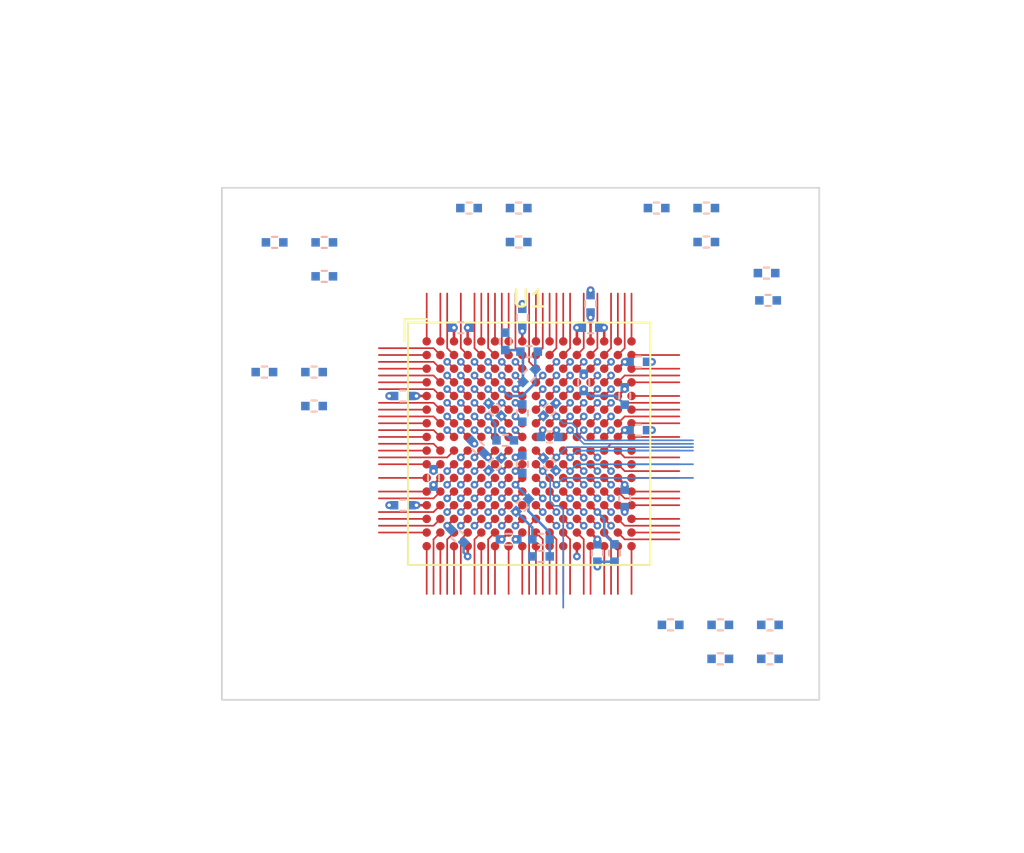
<source format=kicad_pcb>
(kicad_pcb (version 20211014) (generator pcbnew)
  (title_block (title "iCE40HX8K Development Board") (date "2022-04-30") (rev "0.1") (company "© 2022 Sam Hanes, licensed under CERN-OHL-S v2+") (comment 1 "https://github.com/Elemecca/ice40-dev"))
  (layers (0 "F.Cu" signal) (1 "In1.Cu" signal) (2 "In2.Cu" signal) (31 "B.Cu" signal) (34 "B.Paste" user) (35 "F.Paste" user) (36 "B.SilkS" user "B.Silkscreen") (37 "F.SilkS" user "F.Silkscreen") (38 "B.Mask" user) (39 "F.Mask" user) (44 "Edge.Cuts" user))
  (net 0 "")
  (net 1 "GND")
  (net 3 "unconnected-(U1-PadN14)")
  (net 4 "+1V2")
  (net 5 "/Power/+1V2_PLL0")
  (net 6 "/Power/GND_PLL0")
  (net 7 "/Power/+1V2_PLL1")
  (net 8 "/Power/GND_PLL1")
  (net 9 "+2V5")
  (net 10 "/Power/VCC")
  (net 11 "/IO_Bank_3/VCCIO_0")
  (net 12 "/IO_Bank_2/VCCIO_2")
  (net 13 "/IO_Bank_1/VCCIO_1")
  (net 14 "/IO_Bank_0/VCCIO_0")
  (net 15 "/Power/VPP_2V5")
  (net 16 "/USB_Config/VCCIO_2")
  (net 17 "/IO_Bank_0/IO0_220")
  (net 18 "/IO_Bank_0/IO0_218")
  (net 19 "/IO_Bank_0/IO0_213")
  (net 20 "/IO_Bank_0/IO0_211")
  (net 21 "/IO_Bank_0/IO0_205")
  (net 22 "/IO_Bank_0/IO0_194")
  (net 23 "/IO_Bank_0/IO0_186")
  (net 24 "/IO_Bank_0/IO0_187")
  (net 25 "/IO_Bank_0/IO0_177")
  (net 26 "/IO_Bank_0/IO0_176")
  (net 27 "/IO_Bank_3/IO3_2_P")
  (net 28 "/IO_Bank_3/IO3_1_P")
  (net 29 "/IO_Bank_0/IO0_223")
  (net 30 "/IO_Bank_0/IO0_216")
  (net 31 "/IO_Bank_0/IO0_214")
  (net 32 "/IO_Bank_0/IO0_208")
  (net 33 "/IO_Bank_0/IO0_207")
  (net 34 "/IO_Bank_0/IO0_203")
  (net 35 "/IO_Bank_0/IO0_199")
  (net 36 "/IO_Bank_0/IO0_183")
  (net 37 "/IO_Bank_0/IO0_184")
  (net 38 "/IO_Bank_0/IO0_182")
  (net 39 "/IO_Bank_0/IO0_178")
  (net 40 "/IO_Bank_0/IO0_171")
  (net 41 "/IO_Bank_0/IO0_169")
  (net 42 "/IO_Bank_1/IO1_165")
  (net 43 "/IO_Bank_3/IO3_3_N")
  (net 44 "/IO_Bank_3/IO3_3_P")
  (net 45 "/IO_Bank_0/IO0_227")
  (net 46 "/IO_Bank_0/IO0_222")
  (net 47 "/IO_Bank_0/IO0_221")
  (net 48 "/IO_Bank_0/IO0_209")
  (net 49 "/IO_Bank_0/IO0_206")
  (net 50 "/IO_Bank_0/IO0_197")
  (net 51 "/IO_Bank_0/IO0_191")
  (net 52 "/IO_Bank_0/IO0_185")
  (net 53 "/IO_Bank_0/IO0_180")
  (net 54 "/IO_Bank_0/IO0_172")
  (net 55 "/IO_Bank_0/IO0_174")
  (net 56 "/IO_Bank_0/IO0_168")
  (net 57 "/IO_Bank_1/IO1_161")
  (net 58 "/IO_Bank_3/IO3_5_P")
  (net 59 "/IO_Bank_3/IO3_4_P")
  (net 60 "/IO_Bank_0/IO0_226")
  (net 61 "/IO_Bank_0/IO0_224")
  (net 62 "/IO_Bank_0/IO0_219")
  (net 63 "/IO_Bank_0/IO0_212")
  (net 64 "/IO_Bank_0/IO0_210")
  (net 65 "/IO_Bank_0/IO0_200")
  (net 66 "/IO_Bank_0/IO0_193")
  (net 67 "/IO_Bank_0/IO0_190")
  (net 68 "/IO_Bank_0/IO0_181")
  (net 69 "/IO_Bank_0/IO0_170")
  (net 70 "/IO_Bank_1/IO1_167")
  (net 71 "/IO_Bank_1/IO1_157")
  (net 72 "/IO_Bank_1/IO1_153")
  (net 73 "/IO_Bank_3/IO3_7_P")
  (net 74 "/IO_Bank_3/IO3_6_P")
  (net 75 "/IO_Bank_3/IO3_1_N")
  (net 76 "/IO_Bank_0/IO0_225")
  (net 77 "/IO_Bank_0/IO0_215")
  (net 78 "/IO_Bank_0/IO0_192")
  (net 79 "/IO_Bank_0/IO0_179")
  (net 80 "/IO_Bank_0/IO0_173")
  (net 81 "/IO_Bank_1/IO1_166")
  (net 82 "/IO_Bank_1/IO1_160")
  (net 83 "/IO_Bank_1/IO1_151")
  (net 84 "/IO_Bank_3/IO3_10_P")
  (net 85 "/IO_Bank_3/IO3_9_P")
  (net 86 "/IO_Bank_3/IO3_8_P")
  (net 87 "/IO_Bank_3/IO3_4_N")
  (net 88 "/IO_Bank_3/IO3_2_N")
  (net 89 "/IO_Bank_0/IO0_198")
  (net 90 "/IO_Bank_0/IO0_196")
  (net 91 "/IO_Bank_1/IO1_158")
  (net 92 "/IO_Bank_1/IO1_156")
  (net 93 "/IO_Bank_1/IO1_162")
  (net 94 "/IO_Bank_1/IO1_155")
  (net 95 "/IO_Bank_1/IO1_149")
  (net 96 "/IO_Bank_1/IO1_147")
  (net 97 "/IO_Bank_3/IO3_13_P")
  (net 98 "/IO_Bank_3/IO3_11_P")
  (net 99 "/IO_Bank_3/IO3_8_N")
  (net 100 "/IO_Bank_3/IO3_6_N")
  (net 101 "/IO_Bank_3/IO3_5_N")
  (net 102 "/IO_Bank_1/IO1_146")
  (net 103 "/IO_Bank_1/IO1_148")
  (net 104 "/IO_Bank_1/IO1_154")
  (net 105 "/IO_Bank_1/IO1_152")
  (net 106 "/IO_Bank_1/IO1_150")
  (net 107 "/IO_Bank_1/IO1_145")
  (net 108 "/IO_Bank_1/IO1_143")
  (net 109 "/IO_Bank_3/IO3_14_P")
  (net 110 "/IO_Bank_3/IO3_12_P")
  (net 111 "/IO_Bank_3/IO3_9_N")
  (net 112 "/IO_Bank_3/IO3_11_N")
  (net 113 "/IO_Bank_3/IO3_7_N")
  (net 114 "/IO_Bank_3/IO3_10_N")
  (net 115 "/IO_Bank_1/IO1_140")
  (net 116 "/IO_Bank_1/IO1_144")
  (net 117 "/IO_Bank_1/IO1_139")
  (net 118 "/IO_Bank_1/IO1_142")
  (net 119 "/IO_Bank_1/IO1_141")
  (net 120 "/IO_Bank_3/IO3_15_P")
  (net 121 "/IO_Bank_3/IO3_15_N")
  (net 122 "/IO_Bank_3/IO3_14_N")
  (net 123 "/IO_Bank_3/IO3_12_N")
  (net 124 "/IO_Bank_3/IO3_13_N")
  (net 125 "/IO_Bank_1/IO1_122")
  (net 126 "/IO_Bank_1/IO1_126")
  (net 127 "/IO_Bank_1/IO1_136")
  (net 128 "/IO_Bank_1/IO1_137")
  (net 129 "/IO_Bank_1/IO1_134")
  (net 130 "/IO_Bank_1/IO1_130")
  (net 131 "/IO_Bank_1/IO1_138")
  (net 132 "/IO_Bank_3/IO3_16_N")
  (net 133 "/IO_Bank_3/IO3_16_P")
  (net 134 "/IO_Bank_3/IO3_18_N")
  (net 135 "/IO_Bank_3/IO3_20_N")
  (net 136 "/IO_Bank_2/IO2_82")
  (net 137 "/IO_Bank_2/IO2_103")
  (net 138 "/IO_Bank_1/IO1_120")
  (net 139 "/IO_Bank_1/IO1_128")
  (net 140 "/IO_Bank_1/IO1_129")
  (net 141 "/IO_Bank_1/IO1_131")
  (net 142 "/IO_Bank_1/IO1_133")
  (net 143 "/IO_Bank_3/IO3_17_P")
  (net 144 "/IO_Bank_3/IO3_19_P")
  (net 145 "/IO_Bank_3/IO3_17_N")
  (net 146 "/IO_Bank_3/IO3_23_N")
  (net 147 "/IO_Bank_3/IO3_19_N")
  (net 148 "/IO_Bank_3/IO3_21_N")
  (net 149 "/IO_Bank_2/IO2_74")
  (net 150 "/IO_Bank_2/IO2_85")
  (net 151 "/IO_Bank_2/IO2_99")
  (net 152 "/IO_Bank_1/IO1_116")
  (net 153 "/IO_Bank_1/IO1_118")
  (net 154 "/IO_Bank_1/IO1_119")
  (net 155 "/IO_Bank_1/IO1_127")
  (net 156 "/IO_Bank_3/IO3_18_P")
  (net 157 "/IO_Bank_3/IO3_20_P")
  (net 158 "/IO_Bank_3/IO3_22_P")
  (net 159 "/IO_Bank_3/IO3_24_P")
  (net 160 "/IO_Bank_3/IO3_25_P")
  (net 161 "/IO_Bank_3/IO3_22_N")
  (net 162 "/IO_Bank_2/IO2_64")
  (net 163 "/IO_Bank_2/IO2_68")
  (net 164 "/IO_Bank_2/IO2_80")
  (net 165 "/USB_Config/CFG_DONE")
  (net 166 "/IO_Bank_2/IO2_93")
  (net 167 "/IO_Bank_2/IO2_101")
  (net 168 "/IO_Bank_1/IO1_114")
  (net 169 "/IO_Bank_1/IO1_115")
  (net 170 "/IO_Bank_1/IO1_123")
  (net 171 "/IO_Bank_1/IO1_121")
  (net 172 "/IO_Bank_3/IO3_21_P")
  (net 173 "/IO_Bank_3/IO3_23_P")
  (net 174 "/IO_Bank_3/IO3_26_P")
  (net 175 "/IO_Bank_2/IO2_56")
  (net 176 "/IO_Bank_2/IO2_52")
  (net 177 "/IO_Bank_2/IO2_66")
  (net 178 "/IO_Bank_2/IO2_78")
  (net 179 "/IO_Bank_2/IO2_87")
  (net 180 "/USB_Config/CFG_~{RESET}")
  (net 181 "/IO_Bank_2/IO2_98")
  (net 182 "/IO_Bank_1/IO1_117")
  (net 183 "/IO_Bank_3/IO3_24_N")
  (net 184 "/IO_Bank_3/IO3_25_N")
  (net 185 "/IO_Bank_2/IO2_54")
  (net 186 "/IO_Bank_2/IO2_58")
  (net 187 "/IO_Bank_2/IO2_67")
  (net 188 "/IO_Bank_2/IO2_77")
  (net 189 "/IO_Bank_2/IO2_72")
  (net 190 "/IO_Bank_2/IO2_83")
  (net 191 "/IO_Bank_2/IO2_86")
  (net 192 "/USB_Config/CFG_SDI")
  (net 193 "/USB_Config/CFG_SDO")
  (net 194 "/IO_Bank_2/IO2_104")
  (net 195 "/IO_Bank_1/IO1_111")
  (net 196 "/IO_Bank_1/IO1_112")
  (net 197 "/IO_Bank_1/IO1_113")
  (net 198 "/IO_Bank_3/IO3_26_N")
  (net 199 "/IO_Bank_2/IO2_55")
  (net 200 "/IO_Bank_2/IO2_59")
  (net 201 "/IO_Bank_2/IO2_63")
  (net 202 "/IO_Bank_2/IO2_60")
  (net 203 "/IO_Bank_2/IO2_71")
  (net 204 "/IO_Bank_2/IO2_81")
  (net 205 "/IO_Bank_2/IO2_84")
  (net 206 "/USB_Config/CFG_SCK")
  (net 207 "/USB_Config/CFG_~{SSEL}")
  (net 208 "/IO_Bank_1/IO1_109")
  (net 209 "/IO_Bank_1/IO1_110")
  (net 210 "/IO_Bank_2/IO2_102")
  (net 211 "/IO_Bank_2/IO2_53")
  (net 212 "/IO_Bank_2/IO2_57")
  (net 213 "/IO_Bank_2/IO2_61")
  (net 214 "/IO_Bank_2/IO2_69")
  (net 215 "/IO_Bank_2/IO2_73")
  (net 216 "/IO_Bank_2/IO2_75")
  (net 217 "/IO_Bank_2/IO2_76")
  (net 218 "/IO_Bank_2/IO2_79")
  (net 219 "/IO_Bank_2/IO2_88")
  (net 220 "/IO_Bank_2/IO2_89")
  (net 221 "/IO_Bank_2/IO2_94")
  (net 222 "/IO_Bank_2/IO2_92")
  (net 223 "/IO_Bank_2/IO2_91")
  (net 224 "/IO_Bank_2/IO2_100")
  (footprint "0Local:Lattice_caBGA-256_14x14mm_Layout16x16_P0.8mm_Ball0.4mm_Pad0.5mm_SMD" (layer "F.Cu") (at 138 85)
    (fp_text reference "U1")
    (fp_text value "ICE40HX8K-CT256")
  )
  (footprint "0Local:C_SMD_0402_Pad0.5mm" (layer "B.Cu") (at 139.2 86.2 135)
    (fp_text reference "C10" hide)
    (fp_text value "100n" hide)
  )
  (footprint "0Local:C_SMD_0402_Pad0.5mm" (layer "B.Cu") (at 148.38 73.18 180)
    (fp_text reference "C42" hide)
    (fp_text value "1u" hide)
  )
  (footprint "0Local:C_SMD_0402_Pad0.5mm" (layer "B.Cu") (at 144.4 84.2)
    (fp_text reference "C19" hide)
    (fp_text value "100n" hide)
  )
  (footprint "0Local:C_SMD_0402_Pad0.5mm" (layer "B.Cu") (at 137.39 71.19 180)
    (fp_text reference "C44" hide)
    (fp_text value "10n" hide)
  )
  (footprint "0Local:C_SMD_0402_Pad0.5mm" (layer "B.Cu") (at 139.2 83 -135)
    (fp_text reference "C9" hide)
    (fp_text value "100n" hide)
  )
  (footprint "0Local:C_SMD_0402_Pad0.5mm" (layer "B.Cu") (at 144.4 80.2)
    (fp_text reference "C20" hide)
    (fp_text value "100n" hide)
  )
  (footprint "0Local:C_SMD_0402_Pad0.5mm" (layer "B.Cu") (at 149.2 97.6 180)
    (fp_text reference "C33" hide)
    (fp_text value "10n" hide)
  )
  (footprint "0Local:C_SMD_0402_Pad0.5mm" (layer "B.Cu") (at 138.7 90.6 180)
    (fp_text reference "C1" hide)
    (fp_text value "100n" hide)
  )
  (footprint "0Local:C_SMD_0402_Pad0.5mm" (layer "B.Cu") (at 141.2 81.4 90)
    (fp_text reference "C30" hide)
    (fp_text value "100n" hide)
  )
  (footprint "0Local:C_SMD_0402_Pad0.5mm" (layer "B.Cu") (at 143 91.4 -90)
    (fp_text reference "C31" hide)
    (fp_text value "100n" hide)
  )
  (footprint "0Local:C_SMD_0402_Pad0.5mm" (layer "B.Cu") (at 135 85.2 135)
    (fp_text reference "C14" hide)
    (fp_text value "100n" hide)
  )
  (footprint "0Local:C_SMD_0402_Pad0.5mm" (layer "B.Cu") (at 136.8 90.6 180)
    (fp_text reference "C15" hide)
    (fp_text value "100n" hide)
  )
  (footprint "0Local:C_SMD_0402_Pad0.5mm" (layer "B.Cu") (at 151.912382 75 180)
    (fp_text reference "C5" hide)
    (fp_text value "10u" hide)
  )
  (footprint "0Local:R_SMD_0402_Pad0.5mm" (layer "B.Cu") (at 136.6 79 -90)
    (fp_text reference "R2" hide)
    (fp_text value "100R" hide)
  )
  (footprint "0Local:C_SMD_0402_Pad0.5mm" (layer "B.Cu") (at 132.4 87 90)
    (fp_text reference "C28" hide)
    (fp_text value "100n" hide)
  )
  (footprint "0Local:C_SMD_0402_Pad0.5mm" (layer "B.Cu") (at 141.6 78.2 180)
    (fp_text reference "C27" hide)
    (fp_text value "100n" hide)
  )
  (footprint "0Local:C_SMD_0402_Pad0.5mm" (layer "B.Cu") (at 123.09 73.2 180)
    (fp_text reference "C37" hide)
    (fp_text value "10u" hide)
  )
  (footprint "0Local:R_SMD_0402_Pad0.5mm" (layer "B.Cu") (at 152.11 97.6 180)
    (fp_text reference "R4" hide)
    (fp_text value "0R" hide)
  )
  (footprint "0Local:C_SMD_0402_Pad0.5mm" (layer "B.Cu") (at 130.6 88.6 180)
    (fp_text reference "C13" hide)
    (fp_text value "100n" hide)
  )
  (footprint "0Local:C_SMD_0402_Pad0.5mm" (layer "B.Cu") (at 134 78.2)
    (fp_text reference "C23" hide)
    (fp_text value "100n" hide)
  )
  (footprint "0Local:R_SMD_0402_Pad0.5mm" (layer "B.Cu") (at 152.11 95.61 180)
    (fp_text reference "R3" hide)
    (fp_text value "0R" hide)
  )
  (footprint "0Local:C_SMD_0402_Pad0.5mm" (layer "B.Cu") (at 125.4 82.79 180)
    (fp_text reference "C39" hide)
    (fp_text value "1u" hide)
  )
  (footprint "0Local:C_SMD_0402_Pad0.5mm" (layer "B.Cu") (at 137.6 86.2 90)
    (fp_text reference "C18" hide)
    (fp_text value "100n" hide)
  )
  (footprint "0Local:C_SMD_0402_Pad0.5mm" (layer "B.Cu") (at 137.6 83.2 -90)
    (fp_text reference "C26" hide)
    (fp_text value "100n" hide)
  )
  (footprint "0Local:C_SMD_0402_Pad0.5mm" (layer "B.Cu") (at 136.6 84.8)
    (fp_text reference "C11" hide)
    (fp_text value "100n" hide)
  )
  (footprint "0Local:C_SMD_0402_Pad0.5mm" (layer "B.Cu") (at 146.29 95.61 180)
    (fp_text reference "C34" hide)
    (fp_text value "1u" hide)
  )
  (footprint "0Local:C_SMD_0402_Pad0.5mm" (layer "B.Cu") (at 152 76.6 180)
    (fp_text reference "C6" hide)
    (fp_text value "1u" hide)
  )
  (footprint "0Local:C_SMD_0402_Pad0.5mm" (layer "B.Cu") (at 141.6 76.8 90)
    (fp_text reference "C25" hide)
    (fp_text value "100n" hide)
  )
  (footprint "0Local:C_SMD_0402_Pad0.5mm" (layer "B.Cu") (at 134.48 71.19 180)
    (fp_text reference "C46" hide)
    (fp_text value "10u" hide)
  )
  (footprint "0Local:C_SMD_0402_Pad0.5mm" (layer "B.Cu") (at 136 83 -45)
    (fp_text reference "C7" hide)
    (fp_text value "100n" hide)
  )
  (footprint "0Local:C_SMD_0402_Pad0.5mm" (layer "B.Cu") (at 143.6 88.2 90)
    (fp_text reference "C21" hide)
    (fp_text value "100n" hide)
  )
  (footprint "0Local:C_SMD_0402_Pad0.5mm" (layer "B.Cu") (at 137.6 88.6 -135)
    (fp_text reference "C3" hide)
    (fp_text value "10u" hide)
  )
  (footprint "0Local:C_SMD_0402_Pad0.5mm" (layer "B.Cu") (at 138 81 45)
    (fp_text reference "C4" hide)
    (fp_text value "100n" hide)
  )
  (footprint "0Local:C_SMD_0402_Pad0.5mm" (layer "B.Cu") (at 143.6 82.2 90)
    (fp_text reference "C29" hide)
    (fp_text value "10u" hide)
  )
  (footprint "0Local:C_SMD_0402_Pad0.5mm" (layer "B.Cu") (at 142 91.4 -90)
    (fp_text reference "C17" hide)
    (fp_text value "100n" hide)
  )
  (footprint "0Local:C_SMD_0402_Pad0.5mm" (layer "B.Cu") (at 122.49 80.8 180)
    (fp_text reference "C40" hide)
    (fp_text value "100n" hide)
  )
  (footprint "0Local:C_SMD_0402_Pad0.5mm" (layer "B.Cu") (at 148.38 71.19 180)
    (fp_text reference "C43" hide)
    (fp_text value "10u" hide)
  )
  (footprint "0Local:C_SMD_0402_Pad0.5mm" (layer "B.Cu") (at 130.6 82.2 180)
    (fp_text reference "C12" hide)
    (fp_text value "100n" hide)
  )
  (footprint "0Local:C_SMD_0402_Pad0.5mm" (layer "B.Cu") (at 137.6 77.6 90)
    (fp_text reference "C24" hide)
    (fp_text value "100n" hide)
  )
  (footprint "0Local:C_SMD_0402_Pad0.5mm" (layer "B.Cu") (at 145.47 71.19 180)
    (fp_text reference "C41" hide)
    (fp_text value "10n" hide)
  )
  (footprint "0Local:C_SMD_0402_Pad0.5mm" (layer "B.Cu") (at 125.4 80.8 180)
    (fp_text reference "C38" hide)
    (fp_text value "10n" hide)
  )
  (footprint "0Local:C_SMD_0402_Pad0.5mm" (layer "B.Cu") (at 138 79.6)
    (fp_text reference "C2" hide)
    (fp_text value "10u" hide)
  )
  (footprint "0Local:C_SMD_0402_Pad0.5mm" (layer "B.Cu") (at 133.8 90.4 -45)
    (fp_text reference "C16" hide)
    (fp_text value "100n" hide)
  )
  (footprint "0Local:C_SMD_0402_Pad0.5mm" (layer "B.Cu") (at 126 75.19 180)
    (fp_text reference "C36" hide)
    (fp_text value "1u" hide)
  )
  (footprint "0Local:C_SMD_0402_Pad0.5mm" (layer "B.Cu") (at 149.2 95.61 180)
    (fp_text reference "C32" hide)
    (fp_text value "10n" hide)
  )
  (footprint "0Local:C_SMD_0402_Pad0.5mm" (layer "B.Cu") (at 139.2 84.6 180)
    (fp_text reference "C22" hide)
    (fp_text value "100n" hide)
  )
  (footprint "0Local:C_SMD_0402_Pad0.5mm" (layer "B.Cu") (at 137.39 73.18 180)
    (fp_text reference "C45" hide)
    (fp_text value "1u" hide)
  )
  (footprint "0Local:R_SMD_0402_Pad0.5mm" (layer "B.Cu") (at 138.7 91.6)
    (fp_text reference "R1" hide)
    (fp_text value "100R" hide)
  )
  (footprint "0Local:C_SMD_0402_Pad0.5mm" (layer "B.Cu") (at 136 86.2 45)
    (fp_text reference "C8" hide)
    (fp_text value "100n" hide)
  )
  (footprint "0Local:C_SMD_0402_Pad0.5mm" (layer "B.Cu") (at 126 73.2 180)
    (fp_text reference "C35" hide)
    (fp_text value "10n" hide)
  )
  (gr_rect (start 120 70) (end 155 100) (layer "Edge.Cuts") (width 0.1) (fill none))
  (segment (start 136.8 85.4) (end 136.4 85.8) (width 0.15) (layer "F.Cu") (net 1))
  (segment (start 136.8 90.2) (end 136.4 90.6) (width 0.15) (layer "F.Cu") (net 1))
  (segment (start 134.4 79) (end 134.4 78.2) (width 0.15) (layer "F.Cu") (net 1))
  (segment (start 140.8 91) (end 140.8 91.6) (width 0.15) (layer "F.Cu") (net 1))
  (segment (start 138.4 85.4) (end 138.8 85.8) (width 0.15) (layer "F.Cu") (net 1))
  (segment (start 140.8 79) (end 140.8 78.2) (width 0.15) (layer "F.Cu") (net 1))
  (segment (start 136.8 86.2) (end 136.4 86.6) (width 0.15) (layer "F.Cu") (net 1))
  (segment (start 138.4 83.8) (end 138.8 83.4) (width 0.15) (layer "F.Cu") (net 1))
  (segment (start 137.6 83.8) (end 137.2 83.4) (width 0.15) (layer "F.Cu") (net 1))
  (segment (start 132.8 86.2) (end 132.4 86.6) (width 0.15) (layer "F.Cu") (net 1))
  (segment (start 143.2 87) (end 143.6 87.4) (width 0.15) (layer "F.Cu") (net 1))
  (segment (start 138.4 84.6) (end 138.8 84.2) (width 0.15) (layer "F.Cu") (net 1))
  (segment (start 137.6 85.4) (end 137.2 85.8) (width 0.15) (layer "F.Cu") (net 1))
  (segment (start 136.8 83.8) (end 136.4 83.4) (width 0.15) (layer "F.Cu") (net 1))
  (segment (start 136.8 84.6) (end 136.4 84.2) (width 0.15) (layer "F.Cu") (net 1))
  (segment (start 134.4 91) (end 134.4 91.6) (width 0.15) (layer "F.Cu") (net 1))
  (segment (start 137.6 84.6) (end 137.2 84.2) (width 0.15) (layer "F.Cu") (net 1))
  (segment (start 143.2 82.2) (end 143.6 81.8) (width 0.15) (layer "F.Cu") (net 1))
  (via (at 137.2 85.8) (size 0.45) (drill 0.2) (layers "F.Cu" "B.Cu") (net 1))
  (via (at 134.8 85) (size 0.45) (drill 0.2) (layers "F.Cu" "B.Cu") (net 1))
  (via (at 143.6 87.4) (size 0.45) (drill 0.2) (layers "F.Cu" "B.Cu") (net 1))
  (via (at 137.2 84.2) (size 0.45) (drill 0.2) (layers "F.Cu" "B.Cu") (net 1))
  (via (at 137.6 76.8) (size 0.45) (drill 0.2) (layers "F.Cu" "B.Cu") (net 1))
  (via (at 143.6 81.8) (size 0.45) (drill 0.2) (layers "F.Cu" "B.Cu") (net 1))
  (via (at 136.4 84.2) (size 0.45) (drill 0.2) (layers "F.Cu" "B.Cu") (net 1))
  (via (at 136.4 90.6) (size 0.45) (drill 0.2) (layers "F.Cu" "B.Cu") (net 1))
  (via (at 136.4 85.8) (size 0.45) (drill 0.2) (layers "F.Cu" "B.Cu") (net 1))
  (via (at 138.8 85.8) (size 0.45) (drill 0.2) (layers "F.Cu" "B.Cu") (net 1))
  (via (at 141.6 76) (size 0.45) (drill 0.2) (layers "F.Cu" "B.Cu") (net 1))
  (via (at 136.4 83.4) (size 0.45) (drill 0.2) (layers "F.Cu" "B.Cu") (net 1))
  (via (at 132.4 86.6) (size 0.45) (drill 0.2) (layers "F.Cu" "B.Cu") (net 1))
  (via (at 138.8 83.4) (size 0.45) (drill 0.2) (layers "F.Cu" "B.Cu") (net 1))
  (via (at 138.8 84.2) (size 0.45) (drill 0.2) (layers "F.Cu" "B.Cu") (net 1))
  (via (at 134.4 78.2) (size 0.45) (drill 0.2) (layers "F.Cu" "B.Cu") (net 1))
  (via (at 136.4 86.6) (size 0.45) (drill 0.2) (layers "F.Cu" "B.Cu") (net 1))
  (via (at 134.4 91.6) (size 0.45) (drill 0.2) (layers "F.Cu" "B.Cu") (net 1))
  (via (at 145.2 84.2) (size 0.45) (drill 0.2) (layers "F.Cu" "B.Cu") (net 1))
  (via (at 141.2 81) (size 0.45) (drill 0.2) (layers "F.Cu" "B.Cu") (net 1))
  (via (at 137.2 83.4) (size 0.45) (drill 0.2) (layers "F.Cu" "B.Cu") (net 1))
  (via (at 129.8 88.6) (size 0.45) (drill 0.2) (layers "F.Cu" "B.Cu") (net 1))
  (via (at 140.8 91.6) (size 0.45) (drill 0.2) (layers "F.Cu" "B.Cu") (net 1))
  (via (at 145.2 80.2) (size 0.45) (drill 0.2) (layers "F.Cu" "B.Cu") (net 1))
  (via (at 142 92.2) (size 0.45) (drill 0.2) (layers "F.Cu" "B.Cu") (net 1))
  (via (at 140.8 78.2) (size 0.45) (drill 0.2) (layers "F.Cu" "B.Cu") (net 1))
  (via (at 129.8 82.2) (size 0.45) (drill 0.2) (layers "F.Cu" "B.Cu") (net 1))
  (segment (start 141.6 76.29) (end 141.6 76) (width 0.15) (layer "B.Cu") (net 1))
  (segment (start 142 91.91) (end 142 92.2) (width 0.15) (layer "B.Cu") (net 1))
  (segment (start 134.4 91.6) (end 134.160624 91.360624) (width 0.15) (layer "B.Cu") (net 1))
  (segment (start 144.91 84.2) (end 145.2 84.2) (width 0.15) (layer "B.Cu") (net 1))
  (segment (start 142 91.91) (end 143 91.91) (width 0.15) (layer "B.Cu") (net 1))
  (segment (start 137.11 84.8) (end 137 84.8) (width 0.15) (layer "B.Cu") (net 1))
  (segment (start 137 84.8) (end 136.4 84.2) (width 0.15) (layer "B.Cu") (net 1))
  (segment (start 134.160624 91.360624) (end 134.160624 90.760624) (width 0.15) (layer "B.Cu") (net 1))
  (segment (start 134.639376 84.839376) (end 134.8 85) (width 0.15) (layer "B.Cu") (net 1))
  (segment (start 144.91 80.2) (end 145.2 80.2) (width 0.15) (layer "B.Cu") (net 1))
  (segment (start 142.4 88.6) (end 142.8 89) (width 0.1) (layer "F.Cu") (net 3))
  (via (at 142.8 89) (size 0.45) (drill 0.2) (layers "F.Cu" "B.Cu") (net 3))
  (segment (start 137.6 87) (end 137.2 87.4) (width 0.15) (layer "F.Cu") (net 5))
  (via (at 137.2 87.4) (size 0.45) (drill 0.2) (layers "F.Cu" "B.Cu") (net 5))
  (segment (start 137.960624 88.950624) (end 137.960624 88.239376) (width 0.15) (layer "B.Cu") (net 5))
  (segment (start 137.960624 88.160624) (end 137.2 87.4) (width 0.15) (layer "B.Cu") (net 5))
  (segment (start 139.21 90.6) (end 139.21 90.2) (width 0.15) (layer "B.Cu") (net 5))
  (segment (start 139.21 91.6) (end 139.21 90.6) (width 0.15) (layer "B.Cu") (net 5))
  (segment (start 137.960624 88.239376) (end 137.960624 88.160624) (width 0.15) (layer "B.Cu") (net 5))
  (segment (start 139.21 90.2) (end 137.960624 88.950624) (width 0.15) (layer "B.Cu") (net 5))
  (segment (start 137.6 88.6) (end 137.2 89) (width 0.15) (layer "F.Cu") (net 6))
  (via (at 137.2 89) (size 0.45) (drill 0.2) (layers "F.Cu" "B.Cu") (net 6))
  (segment (start 138.19 90.6) (end 138.19 89.911248) (width 0.15) (layer "B.Cu") (net 6))
  (segment (start 138.19 89.911248) (end 137.239376 88.960624) (width 0.15) (layer "B.Cu") (net 6))
  (segment (start 137.6 82.2) (end 137.2 81.8) (width 0.15) (layer "F.Cu") (net 7))
  (via (at 137.2 81.8) (size 0.45) (drill 0.2) (layers "F.Cu" "B.Cu") (net 7))
  (segment (start 137.2 81.8) (end 137.639376 81.360624) (width 0.15) (layer "B.Cu") (net 7))
  (segment (start 137.4 79.51) (end 137.49 79.6) (width 0.15) (layer "B.Cu") (net 7))
  (segment (start 137.639376 81.360624) (end 137.639376 79.839376) (width 0.15) (layer "B.Cu") (net 7))
  (segment (start 136.6 79.51) (end 137.4 79.51) (width 0.15) (layer "B.Cu") (net 7))
  (segment (start 136.8 82.2) (end 136.4 81.8) (width 0.15) (layer "F.Cu") (net 8))
  (via (at 136.4 81.8) (size 0.45) (drill 0.2) (layers "F.Cu" "B.Cu") (net 8))
  (segment (start 136.4 81.8) (end 136.8 82.2) (width 0.15) (layer "B.Cu") (net 8))
  (segment (start 138.360624 81.439376) (end 138.360624 80.639376) (width 0.15) (layer "B.Cu") (net 8))
  (segment (start 138.360624 80.639376) (end 138.360624 79.839376) (width 0.15) (layer "B.Cu") (net 8))
  (segment (start 136.8 82.2) (end 137.6 82.2) (width 0.15) (layer "B.Cu") (net 8))
  (segment (start 137.6 82.2) (end 138.360624 81.439376) (width 0.15) (layer "B.Cu") (net 8))
  (segment (start 139.2 86.2) (end 139.6 86.6) (width 0.15) (layer "F.Cu") (net 10))
  (segment (start 136 86.2) (end 135.6 86.6) (width 0.15) (layer "F.Cu") (net 10))
  (segment (start 136 83) (end 135.6 82.6) (width 0.15) (layer "F.Cu") (net 10))
  (segment (start 139.2 83) (end 139.6 82.6) (width 0.15) (layer "F.Cu") (net 10))
  (segment (start 142.4 79) (end 142.4 78.2) (width 0.15) (layer "F.Cu") (net 10))
  (segment (start 132.8 87) (end 132.4 87.4) (width 0.15) (layer "F.Cu") (net 10))
  (via (at 135.6 82.6) (size 0.45) (drill 0.2) (layers "F.Cu" "B.Cu") (net 10))
  (via (at 142.4 78.2) (size 0.45) (drill 0.2) (layers "F.Cu" "B.Cu") (net 10))
  (via (at 139.6 86.6) (size 0.45) (drill 0.2) (layers "F.Cu" "B.Cu") (net 10))
  (via (at 132.4 87.4) (size 0.45) (drill 0.2) (layers "F.Cu" "B.Cu") (net 10))
  (via (at 135.6 86.6) (size 0.45) (drill 0.2) (layers "F.Cu" "B.Cu") (net 10))
  (via (at 139.6 82.6) (size 0.45) (drill 0.2) (layers "F.Cu" "B.Cu") (net 10))
  (segment (start 136 83.8) (end 135.6 83.4) (width 0.15) (layer "F.Cu") (net 11))
  (segment (start 132 88.6) (end 131.4 88.6) (width 0.15) (layer "F.Cu") (net 11))
  (segment (start 136 85.4) (end 135.6 85.8) (width 0.15) (layer "F.Cu") (net 11))
  (segment (start 132 82.2) (end 131.4 82.2) (width 0.15) (layer "F.Cu") (net 11))
  (via (at 135.6 83.4) (size 0.45) (drill 0.2) (layers "F.Cu" "B.Cu") (net 11))
  (via (at 131.4 88.6) (size 0.45) (drill 0.2) (layers "F.Cu" "B.Cu") (net 11))
  (via (at 131.4 82.2) (size 0.45) (drill 0.2) (layers "F.Cu" "B.Cu") (net 11))
  (via (at 135.6 85.8) (size 0.45) (drill 0.2) (layers "F.Cu" "B.Cu") (net 11))
  (segment (start 136.010489 84.720489) (end 136.010489 83.810489) (width 0.15) (layer "B.Cu") (net 11))
  (segment (start 136.010489 83.810489) (end 135.6 83.4) (width 0.15) (layer "B.Cu") (net 11))
  (segment (start 136.09 84.8) (end 136.010489 84.720489) (width 0.15) (layer "B.Cu") (net 11))
  (segment (start 137.6 86.2) (end 137.2 86.6) (width 0.15) (layer "F.Cu") (net 12))
  (segment (start 141.6 90.2) (end 141.6 90.201675) (width 0.15) (layer "F.Cu") (net 12))
  (segment (start 141.6 90.201675) (end 142 90.601675) (width 0.15) (layer "F.Cu") (net 12))
  (segment (start 133.6 89.4) (end 133.2 89.8) (width 0.15) (layer "F.Cu") (net 12))
  (segment (start 137.6 90.2) (end 137.2 90.6) (width 0.15) (layer "F.Cu") (net 12))
  (via (at 142 90.601675) (size 0.45) (drill 0.2) (layers "F.Cu" "B.Cu") (net 12))
  (via (at 137.2 86.6) (size 0.45) (drill 0.2) (layers "F.Cu" "B.Cu") (net 12))
  (via (at 133.2 89.8) (size 0.45) (drill 0.2) (layers "F.Cu" "B.Cu") (net 12))
  (via (at 137.2 90.6) (size 0.45) (drill 0.2) (layers "F.Cu" "B.Cu") (net 12))
  (segment (start 139.2 84.6) (end 139.6 84.2) (width 0.15) (layer "F.Cu") (net 13))
  (segment (start 143.2 88.6) (end 143.6 89) (width 0.15) (layer "F.Cu") (net 13))
  (segment (start 143.2 84.6) (end 143.6 84.2) (width 0.15) (layer "F.Cu") (net 13))
  (segment (start 143.2 80.6) (end 143.6 80.2) (width 0.15) (layer "F.Cu") (net 13))
  (via (at 143.6 89) (size 0.45) (drill 0.2) (layers "F.Cu" "B.Cu") (net 13))
  (via (at 143.6 80.2) (size 0.45) (drill 0.2) (layers "F.Cu" "B.Cu") (net 13))
  (via (at 139.6 84.2) (size 0.45) (drill 0.2) (layers "F.Cu" "B.Cu") (net 13))
  (via (at 143.6 84.2) (size 0.45) (drill 0.2) (layers "F.Cu" "B.Cu") (net 13))
  (segment (start 133.6 79) (end 133.6 78.2) (width 0.15) (layer "F.Cu") (net 14))
  (segment (start 141.6 78) (end 141.6 77.6) (width 0.15) (layer "F.Cu") (net 14))
  (segment (start 141.6 79) (end 141.6 78) (width 0.15) (layer "F.Cu") (net 14))
  (segment (start 137.6 83) (end 137.2 82.6) (width 0.15) (layer "F.Cu") (net 14))
  (segment (start 137.6 79) (end 137.6 78.4) (width 0.15) (layer "F.Cu") (net 14))
  (via (at 137.6 78.4) (size 0.45) (drill 0.2) (layers "F.Cu" "B.Cu") (net 14))
  (via (at 137.2 82.6) (size 0.45) (drill 0.2) (layers "F.Cu" "B.Cu") (net 14))
  (via (at 133.6 78.2) (size 0.45) (drill 0.2) (layers "F.Cu" "B.Cu") (net 14))
  (via (at 141.6 77.6) (size 0.45) (drill 0.2) (layers "F.Cu" "B.Cu") (net 14))
  (segment (start 140.8 82.2) (end 141.2 81.8) (width 0.15) (layer "F.Cu") (net 15))
  (via (at 141.2 81.8) (size 0.45) (drill 0.2) (layers "F.Cu" "B.Cu") (net 15))
  (segment (start 141.589511 82.189511) (end 143.079511 82.189511) (width 0.15) (layer "B.Cu") (net 15))
  (segment (start 141.2 81.8) (end 141.589511 82.189511) (width 0.15) (layer "B.Cu") (net 15))
  (segment (start 143.079511 82.189511) (end 143.6 82.71) (width 0.15) (layer "B.Cu") (net 15))
  (segment (start 141.6 88.6) (end 142 89) (width 0.15) (layer "F.Cu") (net 16))
  (via (at 142 89) (size 0.45) (drill 0.2) (layers "F.Cu" "B.Cu") (net 16))
  (segment (start 142.4 89.4) (end 142 89) (width 0.15) (layer "B.Cu") (net 16))
  (segment (start 142.4 90.29) (end 142.4 89.4) (width 0.15) (layer "B.Cu") (net 16))
  (segment (start 143 90.89) (end 142.4 90.29) (width 0.15) (layer "B.Cu") (net 16))
  (segment (start 132 79) (end 132 76.2) (width 0.1) (layer "F.Cu") (net 17))
  (segment (start 132.8 79) (end 132.8 76.2) (width 0.1) (layer "F.Cu") (net 18))
  (segment (start 135.2 79) (end 135.2 76.2) (width 0.1) (layer "F.Cu") (net 19))
  (segment (start 136 79) (end 136 76.2) (width 0.1) (layer "F.Cu") (net 20))
  (segment (start 136.8 79) (end 136.8 76.2) (width 0.1) (layer "F.Cu") (net 21))
  (segment (start 138.4 79) (end 138.4 76.2) (width 0.1) (layer "F.Cu") (net 22))
  (segment (start 139.2 79) (end 139.2 76.2) (width 0.1) (layer "F.Cu") (net 23))
  (segment (start 140 79) (end 140 76.2) (width 0.1) (layer "F.Cu") (net 24))
  (segment (start 143.2 79) (end 143.2 76.2) (width 0.1) (layer "F.Cu") (net 25))
  (segment (start 144 79) (end 144 76.2) (width 0.1) (layer "F.Cu") (net 26))
  (segment (start 132 79.8) (end 129.2 79.8) (width 0.1) (layer "F.Cu") (net 27))
  (segment (start 132.8 79.8) (end 132.4 79.4) (width 0.1) (layer "F.Cu") (net 28))
  (segment (start 132.4 79.4) (end 129.2 79.4) (width 0.1) (layer "F.Cu") (net 28))
  (segment (start 133.2 79.4) (end 133.2 76.2) (width 0.1) (layer "F.Cu") (net 29))
  (segment (start 133.6 79.8) (end 133.2 79.4) (width 0.1) (layer "F.Cu") (net 29))
  (segment (start 134.4 79.8) (end 134 79.4) (width 0.1) (layer "F.Cu") (net 30))
  (segment (start 134 79.4) (end 134 76.2) (width 0.1) (layer "F.Cu") (net 30))
  (segment (start 135.2 79.8) (end 134.8 79.4) (width 0.1) (layer "F.Cu") (net 31))
  (segment (start 134.8 79.4) (end 134.8 76.2) (width 0.1) (layer "F.Cu") (net 31))
  (segment (start 135.6 79.4) (end 135.6 76.2) (width 0.1) (layer "F.Cu") (net 32))
  (segment (start 136 79.8) (end 135.6 79.4) (width 0.1) (layer "F.Cu") (net 32))
  (segment (start 136.8 79.8) (end 136.4 79.4) (width 0.1) (layer "F.Cu") (net 33))
  (segment (start 136.4 79.4) (end 136.4 76.2) (width 0.1) (layer "F.Cu") (net 33))
  (segment (start 137.2 79.4) (end 137.2 76.2) (width 0.1) (layer "F.Cu") (net 34))
  (segment (start 137.6 79.8) (end 137.2 79.4) (width 0.1) (layer "F.Cu") (net 34))
  (segment (start 138.4 79.8) (end 138.8 79.4) (width 0.1) (layer "F.Cu") (net 35))
  (segment (start 138.8 79.4) (end 138.8 76.2) (width 0.1) (layer "F.Cu") (net 35))
  (segment (start 139.6 79.4) (end 139.6 76.2) (width 0.1) (layer "F.Cu") (net 36))
  (segment (start 139.2 79.8) (end 139.6 79.4) (width 0.1) (layer "F.Cu") (net 36))
  (segment (start 140.4 79.4) (end 140.4 76.2) (width 0.1) (layer "F.Cu") (net 37))
  (segment (start 140 79.8) (end 140.4 79.4) (width 0.1) (layer "F.Cu") (net 37))
  (segment (start 140.8 79.8) (end 141.2 79.4) (width 0.1) (layer "F.Cu") (net 38))
  (segment (start 141.2 79.4) (end 141.2 76.2) (width 0.1) (layer "F.Cu") (net 38))
  (segment (start 141.6 79.8) (end 142 79.4) (width 0.1) (layer "F.Cu") (net 39))
  (segment (start 142 79.4) (end 142 76.2) (width 0.1) (layer "F.Cu") (net 39))
  (segment (start 142.8 79.4) (end 142.8 76.2) (width 0.1) (layer "F.Cu") (net 40))
  (segment (start 142.4 79.8) (end 142.8 79.4) (width 0.1) (layer "F.Cu") (net 40))
  (segment (start 143.6 79.4) (end 143.6 76.2) (width 0.1) (layer "F.Cu") (net 41))
  (segment (start 143.2 79.8) (end 143.6 79.4) (width 0.1) (layer "F.Cu") (net 41))
  (segment (start 144 79.8) (end 146.8 79.8) (width 0.1) (layer "F.Cu") (net 42))
  (segment (start 132 80.6) (end 129.2 80.6) (width 0.1) (layer "F.Cu") (net 43))
  (segment (start 132.4 80.2) (end 129.2 80.2) (width 0.1) (layer "F.Cu") (net 44))
  (segment (start 132.8 80.6) (end 132.4 80.2) (width 0.1) (layer "F.Cu") (net 44))
  (segment (start 133.6 80.6) (end 133.2 80.2) (width 0.1) (layer "F.Cu") (net 45))
  (via (at 133.2 80.2) (size 0.45) (drill 0.2) (layers "F.Cu" "B.Cu") (net 45))
  (segment (start 134.4 80.6) (end 134 80.2) (width 0.1) (layer "F.Cu") (net 46))
  (via (at 134 80.2) (size 0.45) (drill 0.2) (layers "F.Cu" "B.Cu") (net 46))
  (segment (start 135.2 80.6) (end 134.8 80.2) (width 0.1) (layer "F.Cu") (net 47))
  (via (at 134.8 80.2) (size 0.45) (drill 0.2) (layers "F.Cu" "B.Cu") (net 47))
  (segment (start 136 80.6) (end 135.6 80.2) (width 0.1) (layer "F.Cu") (net 48))
  (via (at 135.6 80.2) (size 0.45) (drill 0.2) (layers "F.Cu" "B.Cu") (net 48))
  (segment (start 136.8 80.6) (end 136.4 80.2) (width 0.1) (layer "F.Cu") (net 49))
  (via (at 136.4 80.2) (size 0.45) (drill 0.2) (layers "F.Cu" "B.Cu") (net 49))
  (segment (start 137.6 80.6) (end 137.2 80.2) (width 0.1) (layer "F.Cu") (net 50))
  (via (at 137.2 80.2) (size 0.45) (drill 0.2) (layers "F.Cu" "B.Cu") (net 50))
  (segment (start 138.4 80.6) (end 138 80.2) (width 0.1) (layer "F.Cu") (net 51))
  (segment (start 138 80.2) (end 138 76.2) (width 0.1) (layer "F.Cu") (net 51))
  (segment (start 139.2 80.6) (end 139.6 80.2) (width 0.1) (layer "F.Cu") (net 52))
  (via (at 139.6 80.2) (size 0.45) (drill 0.2) (layers "F.Cu" "B.Cu") (net 52))
  (segment (start 140 80.6) (end 140.4 80.2) (width 0.1) (layer "F.Cu") (net 53))
  (via (at 140.4 80.2) (size 0.45) (drill 0.2) (layers "F.Cu" "B.Cu") (net 53))
  (segment (start 140.8 80.6) (end 141.2 80.2) (width 0.1) (layer "F.Cu") (net 54))
  (via (at 141.2 80.2) (size 0.45) (drill 0.2) (layers "F.Cu" "B.Cu") (net 54))
  (segment (start 141.6 80.6) (end 142 80.2) (width 0.1) (layer "F.Cu") (net 55))
  (via (at 142 80.2) (size 0.45) (drill 0.2) (layers "F.Cu" "B.Cu") (net 55))
  (segment (start 142.4 80.6) (end 142.8 80.2) (width 0.1) (layer "F.Cu") (net 56))
  (via (at 142.8 80.2) (size 0.45) (drill 0.2) (layers "F.Cu" "B.Cu") (net 56))
  (segment (start 144 80.6) (end 146.8 80.6) (width 0.1) (layer "F.Cu") (net 57))
  (segment (start 132 81.4) (end 129.2 81.4) (width 0.1) (layer "F.Cu") (net 58))
  (segment (start 132.8 81.4) (end 132.4 81) (width 0.1) (layer "F.Cu") (net 59))
  (segment (start 132.4 81) (end 129.2 81) (width 0.1) (layer "F.Cu") (net 59))
  (segment (start 133.6 81.4) (end 133.2 81) (width 0.1) (layer "F.Cu") (net 60))
  (via (at 133.2 81) (size 0.45) (drill 0.2) (layers "F.Cu" "B.Cu") (net 60))
  (segment (start 134.4 81.4) (end 134 81) (width 0.1) (layer "F.Cu") (net 61))
  (via (at 134 81) (size 0.45) (drill 0.2) (layers "F.Cu" "B.Cu") (net 61))
  (segment (start 135.2 81.4) (end 134.8 81) (width 0.1) (layer "F.Cu") (net 62))
  (via (at 134.8 81) (size 0.45) (drill 0.2) (layers "F.Cu" "B.Cu") (net 62))
  (segment (start 136 81.4) (end 135.6 81) (width 0.1) (layer "F.Cu") (net 63))
  (via (at 135.6 81) (size 0.45) (drill 0.2) (layers "F.Cu" "B.Cu") (net 63))
  (segment (start 136.8 81.4) (end 136.4 81) (width 0.1) (layer "F.Cu") (net 64))
  (via (at 136.4 81) (size 0.45) (drill 0.2) (layers "F.Cu" "B.Cu") (net 64))
  (segment (start 137.6 81.4) (end 137.2 81) (width 0.1) (layer "F.Cu") (net 65))
  (via (at 137.2 81) (size 0.45) (drill 0.2) (layers "F.Cu" "B.Cu") (net 65))
  (segment (start 138.4 81.4) (end 138.8 81) (width 0.1) (layer "F.Cu") (net 66))
  (via (at 138.8 81) (size 0.45) (drill 0.2) (layers "F.Cu" "B.Cu") (net 66))
  (segment (start 139.2 81.4) (end 139.6 81) (width 0.1) (layer "F.Cu") (net 67))
  (via (at 139.6 81) (size 0.45) (drill 0.2) (layers "F.Cu" "B.Cu") (net 67))
  (segment (start 140 81.4) (end 140.4 81) (width 0.1) (layer "F.Cu") (net 68))
  (via (at 140.4 81) (size 0.45) (drill 0.2) (layers "F.Cu" "B.Cu") (net 68))
  (segment (start 141.6 81.4) (end 142 81) (width 0.1) (layer "F.Cu") (net 69))
  (via (at 142 81) (size 0.45) (drill 0.2) (layers "F.Cu" "B.Cu") (net 69))
  (segment (start 142.4 81.4) (end 142.8 81) (width 0.1) (layer "F.Cu") (net 70))
  (via (at 142.8 81) (size 0.45) (drill 0.2) (layers "F.Cu" "B.Cu") (net 70))
  (segment (start 143.6 81) (end 146.8 81) (width 0.1) (layer "F.Cu") (net 71))
  (segment (start 143.2 81.4) (end 143.6 81) (width 0.1) (layer "F.Cu") (net 71))
  (segment (start 144 81.4) (end 146.8 81.4) (width 0.1) (layer "F.Cu") (net 72))
  (segment (start 132.4 81.8) (end 129.2 81.8) (width 0.1) (layer "F.Cu") (net 73))
  (segment (start 132.8 82.2) (end 132.4 81.8) (width 0.1) (layer "F.Cu") (net 73))
  (segment (start 133.6 82.2) (end 133.2 81.8) (width 0.1) (layer "F.Cu") (net 74))
  (via (at 133.2 81.8) (size 0.45) (drill 0.2) (layers "F.Cu" "B.Cu") (net 74))
  (segment (start 134.4 82.2) (end 134 81.8) (width 0.1) (layer "F.Cu") (net 75))
  (via (at 134 81.8) (size 0.45) (drill 0.2) (layers "F.Cu" "B.Cu") (net 75))
  (segment (start 135.2 82.2) (end 134.8 81.8) (width 0.1) (layer "F.Cu") (net 76))
  (via (at 134.8 81.8) (size 0.45) (drill 0.2) (layers "F.Cu" "B.Cu") (net 76))
  (segment (start 136 82.2) (end 135.6 81.8) (width 0.1) (layer "F.Cu") (net 77))
  (via (at 135.6 81.8) (size 0.45) (drill 0.2) (layers "F.Cu" "B.Cu") (net 77))
  (segment (start 138.4 82.2) (end 138.8 81.8) (width 0.1) (layer "F.Cu") (net 78))
  (via (at 138.8 81.8) (size 0.45) (drill 0.2) (layers "F.Cu" "B.Cu") (net 78))
  (segment (start 139.2 82.2) (end 139.6 81.8) (width 0.1) (layer "F.Cu") (net 79))
  (via (at 139.6 81.8) (size 0.45) (drill 0.2) (layers "F.Cu" "B.Cu") (net 79))
  (segment (start 140 82.2) (end 140.4 81.8) (width 0.1) (layer "F.Cu") (net 80))
  (via (at 140.4 81.8) (size 0.45) (drill 0.2) (layers "F.Cu" "B.Cu") (net 80))
  (segment (start 141.6 82.2) (end 142 81.8) (width 0.1) (layer "F.Cu") (net 81))
  (via (at 142 81.8) (size 0.45) (drill 0.2) (layers "F.Cu" "B.Cu") (net 81))
  (segment (start 142.4 82.2) (end 142.8 81.8) (width 0.1) (layer "F.Cu") (net 82))
  (via (at 142.8 81.8) (size 0.45) (drill 0.2) (layers "F.Cu" "B.Cu") (net 82))
  (segment (start 144 82.2) (end 146.8 82.2) (width 0.1) (layer "F.Cu") (net 83))
  (segment (start 132 83) (end 129.2 83) (width 0.1) (layer "F.Cu") (net 84))
  (segment (start 132.4 82.6) (end 129.2 82.6) (width 0.1) (layer "F.Cu") (net 85))
  (segment (start 132.8 83) (end 132.4 82.6) (width 0.1) (layer "F.Cu") (net 85))
  (segment (start 133.6 83) (end 133.2 82.6) (width 0.1) (layer "F.Cu") (net 86))
  (via (at 133.2 82.6) (size 0.45) (drill 0.2) (layers "F.Cu" "B.Cu") (net 86))
  (segment (start 134.4 83) (end 134 82.6) (width 0.1) (layer "F.Cu") (net 87))
  (via (at 134 82.6) (size 0.45) (drill 0.2) (layers "F.Cu" "B.Cu") (net 87))
  (segment (start 135.2 83) (end 134.8 82.6) (width 0.1) (layer "F.Cu") (net 88))
  (via (at 134.8 82.6) (size 0.45) (drill 0.2) (layers "F.Cu" "B.Cu") (net 88))
  (segment (start 136.8 83) (end 136.4 82.6) (width 0.1) (layer "F.Cu") (net 89))
  (via (at 136.4 82.6) (size 0.45) (drill 0.2) (layers "F.Cu" "B.Cu") (net 89))
  (segment (start 138.4 83) (end 138.8 82.6) (width 0.1) (layer "F.Cu") (net 90))
  (via (at 138.8 82.6) (size 0.45) (drill 0.2) (layers "F.Cu" "B.Cu") (net 90))
  (segment (start 140 83) (end 140.4 82.6) (width 0.1) (layer "F.Cu") (net 91))
  (via (at 140.4 82.6) (size 0.45) (drill 0.2) (layers "F.Cu" "B.Cu") (net 91))
  (segment (start 140.8 83) (end 141.2 82.6) (width 0.1) (layer "F.Cu") (net 92))
  (via (at 141.2 82.6) (size 0.45) (drill 0.2) (layers "F.Cu" "B.Cu") (net 92))
  (segment (start 141.6 83) (end 142 82.6) (width 0.1) (layer "F.Cu") (net 93))
  (via (at 142 82.6) (size 0.45) (drill 0.2) (layers "F.Cu" "B.Cu") (net 93))
  (segment (start 142.4 83) (end 142.8 82.6) (width 0.1) (layer "F.Cu") (net 94))
  (via (at 142.8 82.6) (size 0.45) (drill 0.2) (layers "F.Cu" "B.Cu") (net 94))
  (segment (start 143.6 82.6) (end 146.8 82.6) (width 0.1) (layer "F.Cu") (net 95))
  (segment (start 143.2 83) (end 143.6 82.6) (width 0.1) (layer "F.Cu") (net 95))
  (segment (start 144 83) (end 146.8 83) (width 0.1) (layer "F.Cu") (net 96))
  (segment (start 132 83.8) (end 129.2 83.8) (width 0.1) (layer "F.Cu") (net 97))
  (segment (start 132.4 83.4) (end 129.2 83.4) (width 0.1) (layer "F.Cu") (net 98))
  (segment (start 132.8 83.8) (end 132.4 83.4) (width 0.1) (layer "F.Cu") (net 98))
  (segment (start 133.6 83.8) (end 133.2 83.4) (width 0.1) (layer "F.Cu") (net 99))
  (via (at 133.2 83.4) (size 0.45) (drill 0.2) (layers "F.Cu" "B.Cu") (net 99))
  (segment (start 134.4 83.8) (end 134 83.4) (width 0.1) (layer "F.Cu") (net 100))
  (via (at 134 83.4) (size 0.45) (drill 0.2) (layers "F.Cu" "B.Cu") (net 100))
  (segment (start 135.2 83.8) (end 134.8 83.4) (width 0.1) (layer "F.Cu") (net 101))
  (via (at 134.8 83.4) (size 0.45) (drill 0.2) (layers "F.Cu" "B.Cu") (net 101))
  (segment (start 139.2 83.8) (end 139.6 83.4) (width 0.1) (layer "F.Cu") (net 102))
  (via (at 139.6 83.4) (size 0.45) (drill 0.2) (layers "F.Cu" "B.Cu") (net 102))
  (segment (start 139.6 83.4) (end 140 83.8) (width 0.1) (layer "B.Cu") (net 102))
  (segment (start 140.8 84.084503) (end 140.8 84.315497) (width 0.1) (layer "B.Cu") (net 102))
  (segment (start 140 83.8) (end 140.515497 83.8) (width 0.1) (layer "B.Cu") (net 102))
  (segment (start 141.284503 84.8) (end 147.6 84.8) (width 0.1) (layer "B.Cu") (net 102))
  (segment (start 140.515497 83.8) (end 140.8 84.084503) (width 0.1) (layer "B.Cu") (net 102))
  (segment (start 140.8 84.315497) (end 141.284503 84.8) (width 0.1) (layer "B.Cu") (net 102))
  (segment (start 140 83.8) (end 140.4 83.4) (width 0.1) (layer "F.Cu") (net 103))
  (via (at 140.4 83.4) (size 0.45) (drill 0.2) (layers "F.Cu" "B.Cu") (net 103))
  (segment (start 140.8 83.8) (end 141.2 83.4) (width 0.1) (layer "F.Cu") (net 104))
  (via (at 141.2 83.4) (size 0.45) (drill 0.2) (layers "F.Cu" "B.Cu") (net 104))
  (segment (start 141.6 83.8) (end 142 83.4) (width 0.1) (layer "F.Cu") (net 105))
  (via (at 142 83.4) (size 0.45) (drill 0.2) (layers "F.Cu" "B.Cu") (net 105))
  (segment (start 142.4 83.8) (end 142.8 83.4) (width 0.1) (layer "F.Cu") (net 106))
  (via (at 142.8 83.4) (size 0.45) (drill 0.2) (layers "F.Cu" "B.Cu") (net 106))
  (segment (start 143.6 83.4) (end 146.8 83.4) (width 0.1) (layer "F.Cu") (net 107))
  (segment (start 143.2 83.8) (end 143.6 83.4) (width 0.1) (layer "F.Cu") (net 107))
  (segment (start 144 83.8) (end 146.8 83.8) (width 0.1) (layer "F.Cu") (net 108))
  (segment (start 132 84.6) (end 129.2 84.6) (width 0.1) (layer "F.Cu") (net 109))
  (segment (start 132.4 84.2) (end 129.2 84.2) (width 0.1) (layer "F.Cu") (net 110))
  (segment (start 132.8 84.6) (end 132.4 84.2) (width 0.1) (layer "F.Cu") (net 110))
  (segment (start 133.6 84.6) (end 133.2 84.2) (width 0.1) (layer "F.Cu") (net 111))
  (via (at 133.2 84.2) (size 0.45) (drill 0.2) (layers "F.Cu" "B.Cu") (net 111))
  (segment (start 134.4 84.6) (end 134 84.2) (width 0.1) (layer "F.Cu") (net 112))
  (via (at 134 84.2) (size 0.45) (drill 0.2) (layers "F.Cu" "B.Cu") (net 112))
  (segment (start 135.2 84.6) (end 134.8 84.2) (width 0.1) (layer "F.Cu") (net 113))
  (via (at 134.8 84.2) (size 0.45) (drill 0.2) (layers "F.Cu" "B.Cu") (net 113))
  (segment (start 136 84.6) (end 135.6 84.2) (width 0.1) (layer "F.Cu") (net 114))
  (via (at 135.6 84.2) (size 0.45) (drill 0.2) (layers "F.Cu" "B.Cu") (net 114))
  (segment (start 140 84.6) (end 140.4 84.2) (width 0.1) (layer "F.Cu") (net 115))
  (via (at 140.4 84.2) (size 0.45) (drill 0.2) (layers "F.Cu" "B.Cu") (net 115))
  (segment (start 141.2 85) (end 147.6 85) (width 0.1) (layer "B.Cu") (net 115))
  (segment (start 140.4 84.2) (end 141.2 85) (width 0.1) (layer "B.Cu") (net 115))
  (segment (start 140.8 84.6) (end 141.2 84.2) (width 0.1) (layer "F.Cu") (net 116))
  (via (at 141.2 84.2) (size 0.45) (drill 0.2) (layers "F.Cu" "B.Cu") (net 116))
  (segment (start 141.6 84.6) (end 142 84.2) (width 0.1) (layer "F.Cu") (net 117))
  (via (at 142 84.2) (size 0.45) (drill 0.2) (layers "F.Cu" "B.Cu") (net 117))
  (segment (start 142.4 84.6) (end 142.8 84.2) (width 0.1) (layer "F.Cu") (net 118))
  (via (at 142.8 84.2) (size 0.45) (drill 0.2) (layers "F.Cu" "B.Cu") (net 118))
  (segment (start 144 84.6) (end 146.8 84.6) (width 0.1) (layer "F.Cu") (net 119))
  (segment (start 132 85.4) (end 129.2 85.4) (width 0.1) (layer "F.Cu") (net 120))
  (segment (start 132.4 85) (end 129.2 85) (width 0.1) (layer "F.Cu") (net 121))
  (segment (start 132.8 85.4) (end 132.4 85) (width 0.1) (layer "F.Cu") (net 121))
  (segment (start 133.6 85.4) (end 133.2 85.8) (width 0.1) (layer "F.Cu") (net 122))
  (segment (start 133.2 85.8) (end 129.2 85.8) (width 0.1) (layer "F.Cu") (net 122))
  (segment (start 134.4 85.4) (end 134 85.8) (width 0.1) (layer "F.Cu") (net 123))
  (via (at 134 85.8) (size 0.45) (drill 0.2) (layers "F.Cu" "B.Cu") (net 123))
  (segment (start 135.2 85.4) (end 134.8 85.8) (width 0.1) (layer "F.Cu") (net 124))
  (via (at 134.8 85.8) (size 0.45) (drill 0.2) (layers "F.Cu" "B.Cu") (net 124))
  (segment (start 139.2 85.4) (end 139.6 85.8) (width 0.1) (layer "F.Cu") (net 125))
  (via (at 139.6 85.8) (size 0.45) (drill 0.2) (layers "F.Cu" "B.Cu") (net 125))
  (segment (start 139.6 85.8) (end 140.2 85.2) (width 0.1) (layer "B.Cu") (net 125))
  (segment (start 140.2 85.2) (end 147.6 85.2) (width 0.1) (layer "B.Cu") (net 125))
  (segment (start 140 85.4) (end 140.4 85.8) (width 0.1) (layer "F.Cu") (net 126))
  (via (at 140.4 85.8) (size 0.45) (drill 0.2) (layers "F.Cu" "B.Cu") (net 126))
  (segment (start 140.4 85.8) (end 140.8 85.4) (width 0.1) (layer "B.Cu") (net 126))
  (segment (start 140.8 85.4) (end 147.6 85.4) (width 0.1) (layer "B.Cu") (net 126))
  (segment (start 140.8 85.4) (end 141.2 85.8) (width 0.1) (layer "F.Cu") (net 127))
  (via (at 141.2 85.8) (size 0.45) (drill 0.2) (layers "F.Cu" "B.Cu") (net 127))
  (segment (start 141.6 85.4) (end 142 85.8) (width 0.1) (layer "F.Cu") (net 128))
  (via (at 142 85.8) (size 0.45) (drill 0.2) (layers "F.Cu" "B.Cu") (net 128))
  (segment (start 142.8 85) (end 146.8 85) (width 0.1) (layer "F.Cu") (net 129))
  (segment (start 142.4 85.4) (end 142.8 85) (width 0.1) (layer "F.Cu") (net 129))
  (segment (start 143.6 85.8) (end 146.8 85.8) (width 0.1) (layer "F.Cu") (net 130))
  (segment (start 143.2 85.4) (end 143.6 85.8) (width 0.1) (layer "F.Cu") (net 130))
  (segment (start 144 85.4) (end 146.8 85.4) (width 0.1) (layer "F.Cu") (net 131))
  (segment (start 132 86.2) (end 129.2 86.2) (width 0.1) (layer "F.Cu") (net 132))
  (segment (start 133.6 86.2) (end 133.2 86.6) (width 0.1) (layer "F.Cu") (net 133))
  (via (at 133.2 86.6) (size 0.45) (drill 0.2) (layers "F.Cu" "B.Cu") (net 133))
  (segment (start 134.4 86.2) (end 134 86.6) (width 0.1) (layer "F.Cu") (net 134))
  (via (at 134 86.6) (size 0.45) (drill 0.2) (layers "F.Cu" "B.Cu") (net 134))
  (segment (start 135.2 86.2) (end 134.8 86.6) (width 0.1) (layer "F.Cu") (net 135))
  (via (at 134.8 86.6) (size 0.45) (drill 0.2) (layers "F.Cu" "B.Cu") (net 135))
  (segment (start 138.4 86.2) (end 138.8 86.6) (width 0.1) (layer "F.Cu") (net 136))
  (via (at 138.8 86.6) (size 0.45) (drill 0.2) (layers "F.Cu" "B.Cu") (net 136))
  (segment (start 139.750986 88.635489) (end 140 88.884503) (width 0.1) (layer "B.Cu") (net 136))
  (segment (start 139.235489 87.035489) (end 139.235489 88.386475) (width 0.1) (layer "B.Cu") (net 136))
  (segment (start 140 88.884503) (end 140 94.6) (width 0.1) (layer "B.Cu") (net 136))
  (segment (start 139.235489 88.386475) (end 139.484503 88.635489) (width 0.1) (layer "B.Cu") (net 136))
  (segment (start 139.484503 88.635489) (end 139.750986 88.635489) (width 0.1) (layer "B.Cu") (net 136))
  (segment (start 138.8 86.6) (end 139.235489 87.035489) (width 0.1) (layer "B.Cu") (net 136))
  (segment (start 140 86.2) (end 140.4 86.6) (width 0.1) (layer "F.Cu") (net 137))
  (via (at 140.4 86.6) (size 0.45) (drill 0.2) (layers "F.Cu" "B.Cu") (net 137))
  (segment (start 140.4 86.6) (end 140.8 86.2) (width 0.1) (layer "B.Cu") (net 137))
  (segment (start 140.8 86.2) (end 147.6 86.2) (width 0.1) (layer "B.Cu") (net 137))
  (segment (start 140.8 86.2) (end 141.2 86.6) (width 0.1) (layer "F.Cu") (net 138))
  (via (at 141.2 86.6) (size 0.45) (drill 0.2) (layers "F.Cu" "B.Cu") (net 138))
  (segment (start 141.6 86.2) (end 142 86.6) (width 0.1) (layer "F.Cu") (net 139))
  (via (at 142 86.6) (size 0.45) (drill 0.2) (layers "F.Cu" "B.Cu") (net 139))
  (segment (start 142.4 86.2) (end 142.8 86.6) (width 0.1) (layer "F.Cu") (net 140))
  (via (at 142.8 86.6) (size 0.45) (drill 0.2) (layers "F.Cu" "B.Cu") (net 140))
  (segment (start 143.2 86.2) (end 143.6 86.6) (width 0.1) (layer "F.Cu") (net 141))
  (segment (start 143.6 86.6) (end 146.8 86.6) (width 0.1) (layer "F.Cu") (net 141))
  (segment (start 144 86.2) (end 146.8 86.2) (width 0.1) (layer "F.Cu") (net 142))
  (segment (start 132 87) (end 129.2 87) (width 0.1) (layer "F.Cu") (net 143))
  (segment (start 133.6 87) (end 133.2 87.4) (width 0.1) (layer "F.Cu") (net 144))
  (via (at 133.2 87.4) (size 0.45) (drill 0.2) (layers "F.Cu" "B.Cu") (net 144))
  (segment (start 134.4 87) (end 134 87.4) (width 0.1) (layer "F.Cu") (net 145))
  (via (at 134 87.4) (size 0.45) (drill 0.2) (layers "F.Cu" "B.Cu") (net 145))
  (segment (start 135.2 87) (end 134.8 87.4) (width 0.1) (layer "F.Cu") (net 146))
  (via (at 134.8 87.4) (size 0.45) (drill 0.2) (layers "F.Cu" "B.Cu") (net 146))
  (segment (start 136 87) (end 135.6 87.4) (width 0.1) (layer "F.Cu") (net 147))
  (via (at 135.6 87.4) (size 0.45) (drill 0.2) (layers "F.Cu" "B.Cu") (net 147))
  (segment (start 136.8 87) (end 136.4 87.4) (width 0.1) (layer "F.Cu") (net 148))
  (via (at 136.4 87.4) (size 0.45) (drill 0.2) (layers "F.Cu" "B.Cu") (net 148))
  (segment (start 138.4 87) (end 138.8 87.4) (width 0.1) (layer "F.Cu") (net 149))
  (via (at 138.8 87.4) (size 0.45) (drill 0.2) (layers "F.Cu" "B.Cu") (net 149))
  (segment (start 139.2 87) (end 139.6 87.4) (width 0.1) (layer "F.Cu") (net 150))
  (via (at 139.6 87.4) (size 0.45) (drill 0.2) (layers "F.Cu" "B.Cu") (net 150))
  (segment (start 139.6 87.4) (end 140 87) (width 0.1) (layer "B.Cu") (net 150))
  (segment (start 140 87) (end 147.6 87) (width 0.1) (layer "B.Cu") (net 150))
  (segment (start 140 87) (end 140.4 87.4) (width 0.1) (layer "F.Cu") (net 151))
  (via (at 140.4 87.4) (size 0.45) (drill 0.2) (layers "F.Cu" "B.Cu") (net 151))
  (segment (start 140.8 87) (end 141.2 87.4) (width 0.1) (layer "F.Cu") (net 152))
  (via (at 141.2 87.4) (size 0.45) (drill 0.2) (layers "F.Cu" "B.Cu") (net 152))
  (segment (start 141.6 87) (end 142 87.4) (width 0.1) (layer "F.Cu") (net 153))
  (via (at 142 87.4) (size 0.45) (drill 0.2) (layers "F.Cu" "B.Cu") (net 153))
  (segment (start 142.4 87) (end 142.8 87.4) (width 0.1) (layer "F.Cu") (net 154))
  (via (at 142.8 87.4) (size 0.45) (drill 0.2) (layers "F.Cu" "B.Cu") (net 154))
  (segment (start 144 87) (end 146.8 87) (width 0.1) (layer "F.Cu") (net 155))
  (segment (start 132 87.8) (end 129.2 87.8) (width 0.1) (layer "F.Cu") (net 156))
  (segment (start 132.4 88.2) (end 129.2 88.2) (width 0.1) (layer "F.Cu") (net 157))
  (segment (start 132.8 87.8) (end 132.4 88.2) (width 0.1) (layer "F.Cu") (net 157))
  (segment (start 133.6 87.8) (end 133.2 88.2) (width 0.1) (layer "F.Cu") (net 158))
  (via (at 133.2 88.2) (size 0.45) (drill 0.2) (layers "F.Cu" "B.Cu") (net 158))
  (segment (start 134.4 87.8) (end 134 88.2) (width 0.1) (layer "F.Cu") (net 159))
  (via (at 134 88.2) (size 0.45) (drill 0.2) (layers "F.Cu" "B.Cu") (net 159))
  (segment (start 135.2 87.8) (end 134.8 88.2) (width 0.1) (layer "F.Cu") (net 160))
  (via (at 134.8 88.2) (size 0.45) (drill 0.2) (layers "F.Cu" "B.Cu") (net 160))
  (segment (start 136 87.8) (end 135.6 88.2) (width 0.1) (layer "F.Cu") (net 161))
  (via (at 135.6 88.2) (size 0.45) (drill 0.2) (layers "F.Cu" "B.Cu") (net 161))
  (segment (start 136.8 87.8) (end 136.4 88.2) (width 0.1) (layer "F.Cu") (net 162))
  (via (at 136.4 88.2) (size 0.45) (drill 0.2) (layers "F.Cu" "B.Cu") (net 162))
  (segment (start 137.6 87.8) (end 137.2 88.2) (width 0.1) (layer "F.Cu") (net 163))
  (via (at 137.2 88.2) (size 0.45) (drill 0.2) (layers "F.Cu" "B.Cu") (net 163))
  (segment (start 138.4 87.8) (end 138.8 88.2) (width 0.1) (layer "F.Cu") (net 164))
  (via (at 138.8 88.2) (size 0.45) (drill 0.2) (layers "F.Cu" "B.Cu") (net 164))
  (segment (start 139.2 87.8) (end 139.6 88.2) (width 0.1) (layer "F.Cu") (net 165))
  (via (at 139.6 88.2) (size 0.45) (drill 0.2) (layers "F.Cu" "B.Cu") (net 165))
  (segment (start 140 87.8) (end 140.4 88.2) (width 0.1) (layer "F.Cu") (net 166))
  (via (at 140.4 88.2) (size 0.45) (drill 0.2) (layers "F.Cu" "B.Cu") (net 166))
  (segment (start 140.8 87.8) (end 141.2 88.2) (width 0.1) (layer "F.Cu") (net 167))
  (via (at 141.2 88.2) (size 0.45) (drill 0.2) (layers "F.Cu" "B.Cu") (net 167))
  (segment (start 141.6 87.8) (end 142 88.2) (width 0.1) (layer "F.Cu") (net 168))
  (via (at 142 88.2) (size 0.45) (drill 0.2) (layers "F.Cu" "B.Cu") (net 168))
  (segment (start 142.4 87.8) (end 142.8 88.2) (width 0.1) (layer "F.Cu") (net 169))
  (via (at 142.8 88.2) (size 0.45) (drill 0.2) (layers "F.Cu" "B.Cu") (net 169))
  (segment (start 143.6 88.2) (end 146.8 88.2) (width 0.1) (layer "F.Cu") (net 170))
  (segment (start 143.2 87.8) (end 143.6 88.2) (width 0.1) (layer "F.Cu") (net 170))
  (segment (start 144 87.8) (end 146.8 87.8) (width 0.1) (layer "F.Cu") (net 171))
  (segment (start 132.4 89) (end 129.2 89) (width 0.1) (layer "F.Cu") (net 172))
  (segment (start 132.8 88.6) (end 132.4 89) (width 0.1) (layer "F.Cu") (net 172))
  (segment (start 133.6 88.6) (end 133.2 89) (width 0.1) (layer "F.Cu") (net 173))
  (via (at 133.2 89) (size 0.45) (drill 0.2) (layers "F.Cu" "B.Cu") (net 173))
  (segment (start 134.4 88.6) (end 134 89) (width 0.1) (layer "F.Cu") (net 174))
  (via (at 134 89) (size 0.45) (drill 0.2) (layers "F.Cu" "B.Cu") (net 174))
  (segment (start 135.2 88.6) (end 134.8 89) (width 0.1) (layer "F.Cu") (net 175))
  (via (at 134.8 89) (size 0.45) (drill 0.2) (layers "F.Cu" "B.Cu") (net 175))
  (segment (start 136 88.6) (end 135.6 89) (width 0.1) (layer "F.Cu") (net 176))
  (via (at 135.6 89) (size 0.45) (drill 0.2) (layers "F.Cu" "B.Cu") (net 176))
  (segment (start 136.8 88.6) (end 136.4 89) (width 0.1) (layer "F.Cu") (net 177))
  (via (at 136.4 89) (size 0.45) (drill 0.2) (layers "F.Cu" "B.Cu") (net 177))
  (segment (start 138.4 88.6) (end 138.8 89) (width 0.1) (layer "F.Cu") (net 178))
  (via (at 138.8 89) (size 0.45) (drill 0.2) (layers "F.Cu" "B.Cu") (net 178))
  (segment (start 139.2 88.6) (end 139.6 89) (width 0.1) (layer "F.Cu") (net 179))
  (via (at 139.6 89) (size 0.45) (drill 0.2) (layers "F.Cu" "B.Cu") (net 179))
  (segment (start 140 88.6) (end 140.4 89) (width 0.1) (layer "F.Cu") (net 180))
  (via (at 140.4 89) (size 0.45) (drill 0.2) (layers "F.Cu" "B.Cu") (net 180))
  (segment (start 140.8 88.6) (end 141.2 89) (width 0.1) (layer "F.Cu") (net 181))
  (via (at 141.2 89) (size 0.45) (drill 0.2) (layers "F.Cu" "B.Cu") (net 181))
  (segment (start 144 88.6) (end 146.8 88.6) (width 0.1) (layer "F.Cu") (net 182))
  (segment (start 132 89.4) (end 129.2 89.4) (width 0.1) (layer "F.Cu") (net 183))
  (segment (start 132.8 89.4) (end 132.4 89.8) (width 0.1) (layer "F.Cu") (net 184))
  (segment (start 132.4 89.8) (end 129.2 89.8) (width 0.1) (layer "F.Cu") (net 184))
  (segment (start 134.4 89.4) (end 134 89.8) (width 0.1) (layer "F.Cu") (net 185))
  (via (at 134 89.8) (size 0.45) (drill 0.2) (layers "F.Cu" "B.Cu") (net 185))
  (segment (start 135.2 89.4) (end 134.8 89.8) (width 0.1) (layer "F.Cu") (net 186))
  (via (at 134.8 89.8) (size 0.45) (drill 0.2) (layers "F.Cu" "B.Cu") (net 186))
  (segment (start 136 89.4) (end 135.6 89.8) (width 0.1) (layer "F.Cu") (net 187))
  (via (at 135.6 89.8) (size 0.45) (drill 0.2) (layers "F.Cu" "B.Cu") (net 187))
  (segment (start 136.8 89.4) (end 136.4 89.8) (width 0.1) (layer "F.Cu") (net 188))
  (via (at 136.4 89.8) (size 0.45) (drill 0.2) (layers "F.Cu" "B.Cu") (net 188))
  (segment (start 137.6 89.4) (end 137.2 89.8) (width 0.1) (layer "F.Cu") (net 189))
  (via (at 137.2 89.8) (size 0.45) (drill 0.2) (layers "F.Cu" "B.Cu") (net 189))
  (segment (start 138 89.8) (end 138 93.8) (width 0.1) (layer "F.Cu") (net 190))
  (segment (start 138.4 89.4) (end 138 89.8) (width 0.1) (layer "F.Cu") (net 190))
  (segment (start 139.2 89.4) (end 139.6 89.8) (width 0.1) (layer "F.Cu") (net 191))
  (via (at 139.6 89.8) (size 0.45) (drill 0.2) (layers "F.Cu" "B.Cu") (net 191))
  (segment (start 140 89.4) (end 140.4 89.8) (width 0.1) (layer "F.Cu") (net 192))
  (via (at 140.4 89.8) (size 0.45) (drill 0.2) (layers "F.Cu" "B.Cu") (net 192))
  (segment (start 140.8 89.4) (end 141.2 89.8) (width 0.1) (layer "F.Cu") (net 193))
  (via (at 141.2 89.8) (size 0.45) (drill 0.2) (layers "F.Cu" "B.Cu") (net 193))
  (segment (start 141.6 89.4) (end 142 89.8) (width 0.1) (layer "F.Cu") (net 194))
  (via (at 142 89.8) (size 0.45) (drill 0.2) (layers "F.Cu" "B.Cu") (net 194))
  (segment (start 142.4 89.4) (end 142.8 89.8) (width 0.1) (layer "F.Cu") (net 195))
  (via (at 142.8 89.8) (size 0.45) (drill 0.2) (layers "F.Cu" "B.Cu") (net 195))
  (segment (start 143.2 89.4) (end 143.6 89.8) (width 0.1) (layer "F.Cu") (net 196))
  (segment (start 143.6 89.8) (end 146.8 89.8) (width 0.1) (layer "F.Cu") (net 196))
  (segment (start 144 89.4) (end 146.8 89.4) (width 0.1) (layer "F.Cu") (net 197))
  (segment (start 132 90.2) (end 129.2 90.2) (width 0.1) (layer "F.Cu") (net 198))
  (segment (start 132.4 90.6) (end 132.4 93.8) (width 0.1) (layer "F.Cu") (net 199))
  (segment (start 132.8 90.2) (end 132.4 90.6) (width 0.1) (layer "F.Cu") (net 199))
  (segment (start 133.2 90.6) (end 133.2 93.8) (width 0.1) (layer "F.Cu") (net 200))
  (segment (start 133.6 90.2) (end 133.2 90.6) (width 0.1) (layer "F.Cu") (net 200))
  (segment (start 134.4 90.2) (end 134 90.6) (width 0.1) (layer "F.Cu") (net 201))
  (segment (start 134 90.6) (end 134 93.8) (width 0.1) (layer "F.Cu") (net 201))
  (segment (start 134.8 90.6) (end 134.8 93.8) (width 0.1) (layer "F.Cu") (net 202))
  (segment (start 135.2 90.2) (end 134.8 90.6) (width 0.1) (layer "F.Cu") (net 202))
  (segment (start 135.6 90.6) (end 135.6 93.8) (width 0.1) (layer "F.Cu") (net 203))
  (segment (start 136 90.2) (end 135.6 90.6) (width 0.1) (layer "F.Cu") (net 203))
  (segment (start 138.8 90.6) (end 138.8 93.8) (width 0.1) (layer "F.Cu") (net 204))
  (segment (start 138.4 90.2) (end 138.8 90.6) (width 0.1) (layer "F.Cu") (net 204))
  (segment (start 139.2 90.2) (end 139.6 90.6) (width 0.1) (layer "F.Cu") (net 205))
  (segment (start 139.6 90.6) (end 139.6 93.8) (width 0.1) (layer "F.Cu") (net 205))
  (segment (start 140.4 90.6) (end 140.4 93.8) (width 0.1) (layer "F.Cu") (net 206))
  (segment (start 140 90.2) (end 140.4 90.6) (width 0.1) (layer "F.Cu") (net 206))
  (segment (start 140.8 90.2) (end 141.2 90.6) (width 0.1) (layer "F.Cu") (net 207))
  (segment (start 141.2 90.6) (end 141.2 93.8) (width 0.1) (layer "F.Cu") (net 207))
  (segment (start 142.4 90.2) (end 142.8 90.6) (width 0.1) (layer "F.Cu") (net 208))
  (segment (start 142.8 90.6) (end 142.8 93.8) (width 0.1) (layer "F.Cu") (net 208))
  (segment (start 143.6 90.6) (end 146.8 90.6) (width 0.1) (layer "F.Cu") (net 209))
  (segment (start 143.2 90.2) (end 143.6 90.6) (width 0.1) (layer "F.Cu") (net 209))
  (segment (start 144 90.2) (end 146.8 90.2) (width 0.1) (layer "F.Cu") (net 210))
  (segment (start 132 91) (end 132 93.8) (width 0.1) (layer "F.Cu") (net 211))
  (segment (start 132.8 91) (end 132.8 93.8) (width 0.1) (layer "F.Cu") (net 212))
  (segment (start 133.6 91) (end 133.6 93.8) (width 0.1) (layer "F.Cu") (net 213))
  (segment (start 135.2 91) (end 135.2 93.8) (width 0.1) (layer "F.Cu") (net 214))
  (segment (start 136 91) (end 136 93.8) (width 0.1) (layer "F.Cu") (net 215))
  (segment (start 136.8 91) (end 136.8 93.8) (width 0.1) (layer "F.Cu") (net 216))
  (segment (start 137.6 91) (end 137.6 93.8) (width 0.1) (layer "F.Cu") (net 217))
  (segment (start 138.4 91) (end 138.4 93.8) (width 0.1) (layer "F.Cu") (net 218))
  (segment (start 139.2 91) (end 139.2 93.8) (width 0.1) (layer "F.Cu") (net 219))
  (segment (start 140 91) (end 140 93.8) (width 0.1) (layer "F.Cu") (net 220))
  (segment (start 141.6 91) (end 141.6 93.8) (width 0.1) (layer "F.Cu") (net 221))
  (segment (start 142.4 91) (end 142.4 93.8) (width 0.1) (layer "F.Cu") (net 222))
  (segment (start 143.2 91) (end 143.2 93.8) (width 0.1) (layer "F.Cu") (net 223))
  (segment (start 144 91) (end 144 93.8) (width 0.1) (layer "F.Cu") (net 224))
)
</source>
